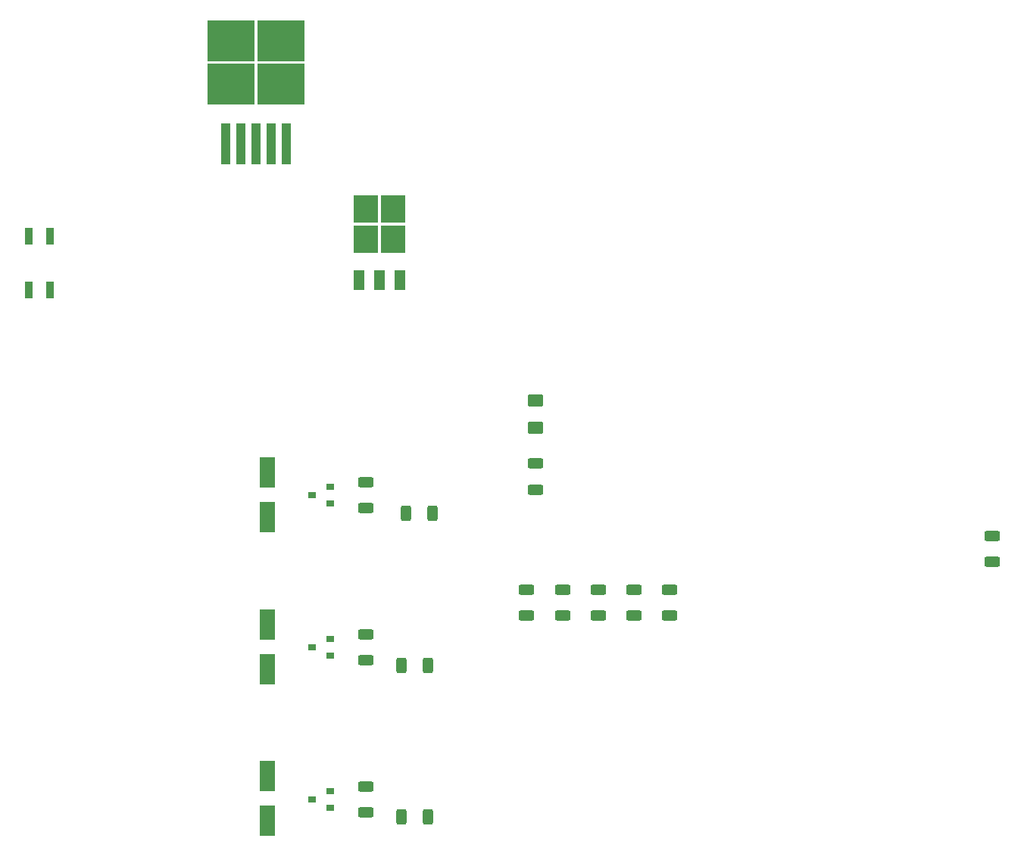
<source format=gbr>
%TF.GenerationSoftware,KiCad,Pcbnew,(6.0.5)*%
%TF.CreationDate,2022-07-11T20:41:14-04:00*%
%TF.ProjectId,Test Board,54657374-2042-46f6-9172-642e6b696361,rev?*%
%TF.SameCoordinates,Original*%
%TF.FileFunction,Paste,Top*%
%TF.FilePolarity,Positive*%
%FSLAX46Y46*%
G04 Gerber Fmt 4.6, Leading zero omitted, Abs format (unit mm)*
G04 Created by KiCad (PCBNEW (6.0.5)) date 2022-07-11 20:41:14*
%MOMM*%
%LPD*%
G01*
G04 APERTURE LIST*
G04 Aperture macros list*
%AMRoundRect*
0 Rectangle with rounded corners*
0 $1 Rounding radius*
0 $2 $3 $4 $5 $6 $7 $8 $9 X,Y pos of 4 corners*
0 Add a 4 corners polygon primitive as box body*
4,1,4,$2,$3,$4,$5,$6,$7,$8,$9,$2,$3,0*
0 Add four circle primitives for the rounded corners*
1,1,$1+$1,$2,$3*
1,1,$1+$1,$4,$5*
1,1,$1+$1,$6,$7*
1,1,$1+$1,$8,$9*
0 Add four rect primitives between the rounded corners*
20,1,$1+$1,$2,$3,$4,$5,0*
20,1,$1+$1,$4,$5,$6,$7,0*
20,1,$1+$1,$6,$7,$8,$9,0*
20,1,$1+$1,$8,$9,$2,$3,0*%
G04 Aperture macros list end*
%ADD10R,2.750000X3.050000*%
%ADD11R,1.200000X2.200000*%
%ADD12R,0.900000X1.840000*%
%ADD13RoundRect,0.250001X0.624999X-0.462499X0.624999X0.462499X-0.624999X0.462499X-0.624999X-0.462499X0*%
%ADD14R,0.900000X0.800000*%
%ADD15RoundRect,0.250000X0.625000X-0.312500X0.625000X0.312500X-0.625000X0.312500X-0.625000X-0.312500X0*%
%ADD16RoundRect,0.250000X0.312500X0.625000X-0.312500X0.625000X-0.312500X-0.625000X0.312500X-0.625000X0*%
%ADD17RoundRect,0.250000X-0.625000X0.312500X-0.625000X-0.312500X0.625000X-0.312500X0.625000X0.312500X0*%
%ADD18R,5.250000X4.550000*%
%ADD19R,1.100000X4.600000*%
%ADD20R,1.800000X3.500000*%
G04 APERTURE END LIST*
D10*
%TO.C,D2*%
X151000000Y-68000000D03*
X154050000Y-68000000D03*
X151000000Y-71350000D03*
X154050000Y-71350000D03*
D11*
X150245000Y-75975000D03*
X152525000Y-75975000D03*
X154805000Y-75975000D03*
%TD*%
D12*
%TO.C,D1*%
X115700000Y-71000000D03*
X115700000Y-77000000D03*
X113300000Y-77000000D03*
X113300000Y-71000000D03*
%TD*%
D13*
%TO.C,D3*%
X170000000Y-92407500D03*
X170000000Y-89432500D03*
%TD*%
D14*
%TO.C,Q1*%
X147000000Y-117950000D03*
X147000000Y-116050000D03*
X145000000Y-117000000D03*
%TD*%
%TO.C,Q2*%
X147000000Y-100950000D03*
X147000000Y-99050000D03*
X145000000Y-100000000D03*
%TD*%
%TO.C,Q3*%
X147000000Y-134950000D03*
X147000000Y-133050000D03*
X145000000Y-134000000D03*
%TD*%
D15*
%TO.C,R1*%
X151000000Y-118462500D03*
X151000000Y-115537500D03*
%TD*%
%TO.C,R2*%
X151000000Y-101462500D03*
X151000000Y-98537500D03*
%TD*%
%TO.C,R3*%
X151000000Y-135462500D03*
X151000000Y-132537500D03*
%TD*%
D16*
%TO.C,R4*%
X157925000Y-119000000D03*
X155000000Y-119000000D03*
%TD*%
%TO.C,R5*%
X158462500Y-102000000D03*
X155537500Y-102000000D03*
%TD*%
%TO.C,R6*%
X157925000Y-136000000D03*
X155000000Y-136000000D03*
%TD*%
D15*
%TO.C,R7*%
X181000000Y-113462500D03*
X181000000Y-110537500D03*
%TD*%
D17*
%TO.C,R8*%
X177000000Y-110537500D03*
X177000000Y-113462500D03*
%TD*%
D15*
%TO.C,R9*%
X173000000Y-113462500D03*
X173000000Y-110537500D03*
%TD*%
%TO.C,R10*%
X169000000Y-113462500D03*
X169000000Y-110537500D03*
%TD*%
%TO.C,R22*%
X221000000Y-107462500D03*
X221000000Y-104537500D03*
%TD*%
D17*
%TO.C,R23*%
X170000000Y-96457500D03*
X170000000Y-99382500D03*
%TD*%
D18*
%TO.C,U1*%
X135950000Y-54000000D03*
X135950000Y-49150000D03*
X141500000Y-49150000D03*
X141500000Y-54000000D03*
D19*
X135325000Y-60725000D03*
X137025000Y-60725000D03*
X138725000Y-60725000D03*
X140425000Y-60725000D03*
X142125000Y-60725000D03*
%TD*%
D20*
%TO.C,D4*%
X140000000Y-97420000D03*
X140000000Y-102420000D03*
%TD*%
D15*
%TO.C,R11*%
X185000000Y-113462500D03*
X185000000Y-110537500D03*
%TD*%
D20*
%TO.C,D5*%
X140000000Y-131420000D03*
X140000000Y-136420000D03*
%TD*%
%TO.C,D6*%
X140000000Y-114420000D03*
X140000000Y-119420000D03*
%TD*%
M02*

</source>
